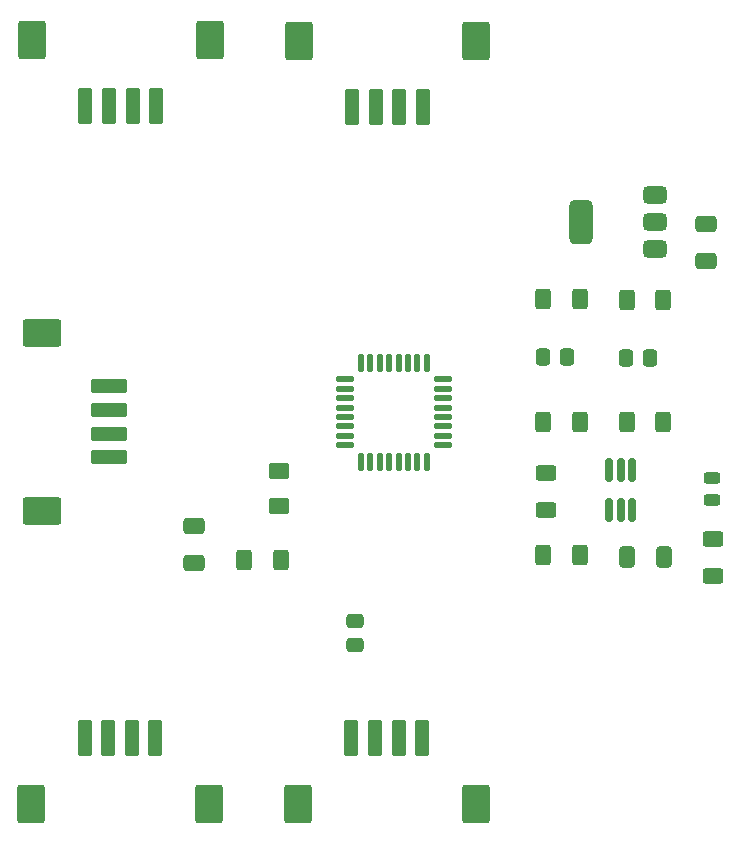
<source format=gbr>
%TF.GenerationSoftware,KiCad,Pcbnew,8.0.1*%
%TF.CreationDate,2024-05-29T14:30:23+02:00*%
%TF.ProjectId,CorntrolHub,436f726e-7472-46f6-9c48-75622e6b6963,rev?*%
%TF.SameCoordinates,Original*%
%TF.FileFunction,Paste,Top*%
%TF.FilePolarity,Positive*%
%FSLAX46Y46*%
G04 Gerber Fmt 4.6, Leading zero omitted, Abs format (unit mm)*
G04 Created by KiCad (PCBNEW 8.0.1) date 2024-05-29 14:30:23*
%MOMM*%
%LPD*%
G01*
G04 APERTURE LIST*
G04 Aperture macros list*
%AMRoundRect*
0 Rectangle with rounded corners*
0 $1 Rounding radius*
0 $2 $3 $4 $5 $6 $7 $8 $9 X,Y pos of 4 corners*
0 Add a 4 corners polygon primitive as box body*
4,1,4,$2,$3,$4,$5,$6,$7,$8,$9,$2,$3,0*
0 Add four circle primitives for the rounded corners*
1,1,$1+$1,$2,$3*
1,1,$1+$1,$4,$5*
1,1,$1+$1,$6,$7*
1,1,$1+$1,$8,$9*
0 Add four rect primitives between the rounded corners*
20,1,$1+$1,$2,$3,$4,$5,0*
20,1,$1+$1,$4,$5,$6,$7,0*
20,1,$1+$1,$6,$7,$8,$9,0*
20,1,$1+$1,$8,$9,$2,$3,0*%
G04 Aperture macros list end*
%ADD10RoundRect,0.250000X-0.400000X-0.625000X0.400000X-0.625000X0.400000X0.625000X-0.400000X0.625000X0*%
%ADD11RoundRect,0.250000X0.400000X0.625000X-0.400000X0.625000X-0.400000X-0.625000X0.400000X-0.625000X0*%
%ADD12RoundRect,0.250000X0.350000X1.300000X-0.350000X1.300000X-0.350000X-1.300000X0.350000X-1.300000X0*%
%ADD13RoundRect,0.250001X0.899999X1.399999X-0.899999X1.399999X-0.899999X-1.399999X0.899999X-1.399999X0*%
%ADD14RoundRect,0.250000X-0.350000X-1.300000X0.350000X-1.300000X0.350000X1.300000X-0.350000X1.300000X0*%
%ADD15RoundRect,0.250001X-0.899999X-1.399999X0.899999X-1.399999X0.899999X1.399999X-0.899999X1.399999X0*%
%ADD16RoundRect,0.250000X-0.412500X-0.650000X0.412500X-0.650000X0.412500X0.650000X-0.412500X0.650000X0*%
%ADD17RoundRect,0.243750X-0.456250X0.243750X-0.456250X-0.243750X0.456250X-0.243750X0.456250X0.243750X0*%
%ADD18RoundRect,0.250000X-0.650000X0.412500X-0.650000X-0.412500X0.650000X-0.412500X0.650000X0.412500X0*%
%ADD19RoundRect,0.162500X0.162500X-0.837500X0.162500X0.837500X-0.162500X0.837500X-0.162500X-0.837500X0*%
%ADD20RoundRect,0.250000X-1.300000X0.350000X-1.300000X-0.350000X1.300000X-0.350000X1.300000X0.350000X0*%
%ADD21RoundRect,0.250001X-1.399999X0.899999X-1.399999X-0.899999X1.399999X-0.899999X1.399999X0.899999X0*%
%ADD22RoundRect,0.250000X-0.337500X-0.475000X0.337500X-0.475000X0.337500X0.475000X-0.337500X0.475000X0*%
%ADD23RoundRect,0.250000X0.625000X-0.400000X0.625000X0.400000X-0.625000X0.400000X-0.625000X-0.400000X0*%
%ADD24RoundRect,0.250000X-0.625000X0.400000X-0.625000X-0.400000X0.625000X-0.400000X0.625000X0.400000X0*%
%ADD25RoundRect,0.250001X0.624999X-0.462499X0.624999X0.462499X-0.624999X0.462499X-0.624999X-0.462499X0*%
%ADD26RoundRect,0.375000X0.625000X0.375000X-0.625000X0.375000X-0.625000X-0.375000X0.625000X-0.375000X0*%
%ADD27RoundRect,0.500000X0.500000X1.400000X-0.500000X1.400000X-0.500000X-1.400000X0.500000X-1.400000X0*%
%ADD28RoundRect,0.250000X0.475000X-0.337500X0.475000X0.337500X-0.475000X0.337500X-0.475000X-0.337500X0*%
%ADD29RoundRect,0.125000X-0.625000X-0.125000X0.625000X-0.125000X0.625000X0.125000X-0.625000X0.125000X0*%
%ADD30RoundRect,0.125000X-0.125000X-0.625000X0.125000X-0.625000X0.125000X0.625000X-0.125000X0.625000X0*%
G04 APERTURE END LIST*
D10*
%TO.C,R7*%
X156500000Y-82700000D03*
X159600000Y-82700000D03*
%TD*%
D11*
%TO.C,R5*%
X159600000Y-93025000D03*
X156500000Y-93025000D03*
%TD*%
D12*
%TO.C,J2*%
X139270331Y-66355000D03*
X137270331Y-66355000D03*
X135270331Y-66355000D03*
X133270331Y-66355000D03*
D13*
X143790331Y-60755000D03*
X128750331Y-60755000D03*
%TD*%
D14*
%TO.C,J5*%
X110620000Y-119800000D03*
X112620000Y-119800000D03*
X114620000Y-119800000D03*
X116620000Y-119800000D03*
D15*
X106100000Y-125400000D03*
X121140000Y-125400000D03*
%TD*%
D16*
%TO.C,C1*%
X156517500Y-104425000D03*
X159642500Y-104425000D03*
%TD*%
D17*
%TO.C,D3*%
X163700000Y-97762500D03*
X163700000Y-99637500D03*
%TD*%
D18*
%TO.C,C2*%
X163200000Y-76275000D03*
X163200000Y-79400000D03*
%TD*%
D19*
%TO.C,Q1*%
X155050000Y-100510000D03*
X156000000Y-100510000D03*
X156950000Y-100510000D03*
X156950000Y-97090000D03*
X156000000Y-97090000D03*
X155050000Y-97090000D03*
%TD*%
D14*
%TO.C,J4*%
X133200000Y-119800000D03*
X135200000Y-119800000D03*
X137200000Y-119800000D03*
X139200000Y-119800000D03*
D15*
X128680000Y-125400000D03*
X143720000Y-125400000D03*
%TD*%
D18*
%TO.C,C6*%
X119890331Y-101855000D03*
X119890331Y-104980000D03*
%TD*%
D11*
%TO.C,R3*%
X152550000Y-104325000D03*
X149450000Y-104325000D03*
%TD*%
D20*
%TO.C,J3*%
X112650000Y-90000000D03*
X112650000Y-92000000D03*
X112650000Y-94000000D03*
X112650000Y-96000000D03*
D21*
X107050000Y-85480000D03*
X107050000Y-100520000D03*
%TD*%
D22*
%TO.C,C4*%
X156442500Y-87600000D03*
X158517500Y-87600000D03*
%TD*%
D23*
%TO.C,R1*%
X163800000Y-106050000D03*
X163800000Y-102950000D03*
%TD*%
D24*
%TO.C,R2*%
X149670000Y-97350000D03*
X149670000Y-100450000D03*
%TD*%
D11*
%TO.C,R4*%
X152550000Y-93000000D03*
X149450000Y-93000000D03*
%TD*%
D12*
%TO.C,J1*%
X116690331Y-66255000D03*
X114690331Y-66255000D03*
X112690331Y-66255000D03*
X110690331Y-66255000D03*
D13*
X121210331Y-60655000D03*
X106170331Y-60655000D03*
%TD*%
D10*
%TO.C,R8*%
X149450000Y-82600000D03*
X152550000Y-82600000D03*
%TD*%
D25*
%TO.C,D2*%
X127100000Y-100175000D03*
X127100000Y-97200000D03*
%TD*%
D26*
%TO.C,U1*%
X158950000Y-78400000D03*
X158950000Y-76100000D03*
D27*
X152650000Y-76100000D03*
D26*
X158950000Y-73800000D03*
%TD*%
D28*
%TO.C,C3*%
X133500000Y-111937500D03*
X133500000Y-109862500D03*
%TD*%
D22*
%TO.C,C5*%
X149392500Y-87500000D03*
X151467500Y-87500000D03*
%TD*%
D29*
%TO.C,IC1*%
X132625000Y-89400000D03*
X132625000Y-90200000D03*
X132625000Y-91000000D03*
X132625000Y-91800000D03*
X132625000Y-92600000D03*
X132625000Y-93400000D03*
X132625000Y-94200000D03*
X132625000Y-95000000D03*
D30*
X134000000Y-96375000D03*
X134800000Y-96375000D03*
X135600000Y-96375000D03*
X136400000Y-96375000D03*
X137200000Y-96375000D03*
X138000000Y-96375000D03*
X138800000Y-96375000D03*
X139600000Y-96375000D03*
D29*
X140975000Y-95000000D03*
X140975000Y-94200000D03*
X140975000Y-93400000D03*
X140975000Y-92600000D03*
X140975000Y-91800000D03*
X140975000Y-91000000D03*
X140975000Y-90200000D03*
X140975000Y-89400000D03*
D30*
X139600000Y-88025000D03*
X138800000Y-88025000D03*
X138000000Y-88025000D03*
X137200000Y-88025000D03*
X136400000Y-88025000D03*
X135600000Y-88025000D03*
X134800000Y-88025000D03*
X134000000Y-88025000D03*
%TD*%
D10*
%TO.C,R6*%
X124150000Y-104700000D03*
X127250000Y-104700000D03*
%TD*%
M02*

</source>
